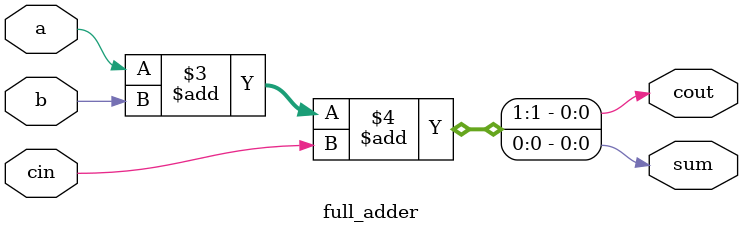
<source format=v>

module Project_VMU(pixel, weight, preset, clk, reset, memory);

// total bits of input pixels is 8*8=64bits
// total bits of input weights is 8*8=64bits
input [63:0] pixel;
input [63:0] weight;
input preset, clk, reset;

// each intersection is 8*8 multiplication and addition, so is 16 bits
// there are 64 intersections in total, so output is 16*8*8=1024 bits
output [1023:0] memory;

// but it is better to slice the output into different sets


//we need to slice the two inputs into different sets
wire [7:0] pixel0;
wire [7:0] pixel1;
wire [7:0] pixel2;
wire [7:0] pixel3;
wire [7:0] pixel4;
wire [7:0] pixel5;
wire [7:0] pixel6;
wire [7:0] pixel7;

wire [7:0] weight0;
wire [7:0] weight1;
wire [7:0] weight2;
wire [7:0] weight3;
wire [7:0] weight4;
wire [7:0] weight5;
wire [7:0] weight6;
wire [7:0] weight7;


//used to represent the output of each intersection
wire [15:0] convolution_ping0;
wire [15:0] convolution_ping1;
wire [15:0] convolution_ping2;
wire [15:0] convolution_ping3;
wire [15:0] convolution_ping4;
wire [15:0] convolution_ping5;
wire [15:0] convolution_ping6;
wire [15:0] convolution_ping7;

wire [15:0] convolution_ping8;
wire [15:0] convolution_ping9;
wire [15:0] convolution_ping10;
wire [15:0] convolution_ping11;
wire [15:0] convolution_ping12;
wire [15:0] convolution_ping13;
wire [15:0] convolution_ping14;
wire [15:0] convolution_ping15;

wire [15:0] convolution_ping16;
wire [15:0] convolution_ping17;
wire [15:0] convolution_ping18;
wire [15:0] convolution_ping19;
wire [15:0] convolution_ping20;
wire [15:0] convolution_ping21;
wire [15:0] convolution_ping22;
wire [15:0] convolution_ping23;

wire [15:0] convolution_ping24;
wire [15:0] convolution_ping25;
wire [15:0] convolution_ping26;
wire [15:0] convolution_ping27;
wire [15:0] convolution_ping28;
wire [15:0] convolution_ping29;
wire [15:0] convolution_ping30;
wire [15:0] convolution_ping31;

wire [15:0] convolution_ping32;
wire [15:0] convolution_ping33;
wire [15:0] convolution_ping34;
wire [15:0] convolution_ping35;
wire [15:0] convolution_ping36;
wire [15:0] convolution_ping37;
wire [15:0] convolution_ping38;
wire [15:0] convolution_ping39;

wire [15:0] convolution_ping40;
wire [15:0] convolution_ping41;
wire [15:0] convolution_ping42;
wire [15:0] convolution_ping43;
wire [15:0] convolution_ping44;
wire [15:0] convolution_ping45;
wire [15:0] convolution_ping46;
wire [15:0] convolution_ping47;

wire [15:0] convolution_ping48;
wire [15:0] convolution_ping49;
wire [15:0] convolution_ping50;
wire [15:0] convolution_ping51;
wire [15:0] convolution_ping52;
wire [15:0] convolution_ping53;
wire [15:0] convolution_ping54;
wire [15:0] convolution_ping55;

wire [15:0] convolution_ping56;
wire [15:0] convolution_ping57;
wire [15:0] convolution_ping58;
wire [15:0] convolution_ping59;
wire [15:0] convolution_ping60;
wire [15:0] convolution_ping61;
wire [15:0] convolution_ping62;
wire [15:0] convolution_ping63;






wire [15:0] convolution_pong0;
wire [15:0] convolution_pong1;
wire [15:0] convolution_pong2;
wire [15:0] convolution_pong3;
wire [15:0] convolution_pong4;
wire [15:0] convolution_pong5;
wire [15:0] convolution_pong6;
wire [15:0] convolution_pong7;

wire [15:0] convolution_pong8;
wire [15:0] convolution_pong9;
wire [15:0] convolution_pong10;
wire [15:0] convolution_pong11;
wire [15:0] convolution_pong12;
wire [15:0] convolution_pong13;
wire [15:0] convolution_pong14;
wire [15:0] convolution_pong15;

wire [15:0] convolution_pong16;
wire [15:0] convolution_pong17;
wire [15:0] convolution_pong18;
wire [15:0] convolution_pong19;
wire [15:0] convolution_pong20;
wire [15:0] convolution_pong21;
wire [15:0] convolution_pong22;
wire [15:0] convolution_pong23;

wire [15:0] convolution_pong24;
wire [15:0] convolution_pong25;
wire [15:0] convolution_pong26;
wire [15:0] convolution_pong27;
wire [15:0] convolution_pong28;
wire [15:0] convolution_pong29;
wire [15:0] convolution_pong30;
wire [15:0] convolution_pong31;

wire [15:0] convolution_pong32;
wire [15:0] convolution_pong33;
wire [15:0] convolution_pong34;
wire [15:0] convolution_pong35;
wire [15:0] convolution_pong36;
wire [15:0] convolution_pong37;
wire [15:0] convolution_pong38;
wire [15:0] convolution_pong39;

wire [15:0] convolution_pong40;
wire [15:0] convolution_pong41;
wire [15:0] convolution_pong42;
wire [15:0] convolution_pong43;
wire [15:0] convolution_pong44;
wire [15:0] convolution_pong45;
wire [15:0] convolution_pong46;
wire [15:0] convolution_pong47;

wire [15:0] convolution_pong48;
wire [15:0] convolution_pong49;
wire [15:0] convolution_pong50;
wire [15:0] convolution_pong51;
wire [15:0] convolution_pong52;
wire [15:0] convolution_pong53;
wire [15:0] convolution_pong54;
wire [15:0] convolution_pong55;

wire [15:0] convolution_pong56;
wire [15:0] convolution_pong57;
wire [15:0] convolution_pong58;
wire [15:0] convolution_pong59;
wire [15:0] convolution_pong60;
wire [15:0] convolution_pong61;
wire [15:0] convolution_pong62;
wire [15:0] convolution_pong63;


wire [1023:0] pingout;
wire [1023:0] pongout;
wire [1023:0] storage;



// allocate pixel(x) to the corresponding inputs
assign pixel0 = pixel[7:0];
assign pixel1 = pixel[15:8];
assign pixel2 = pixel[23:16];
assign pixel3 = pixel[31:24];
assign pixel4 = pixel[39:32];
assign pixel5 = pixel[47:40];
assign pixel6 = pixel[55:48];
assign pixel7 = pixel[63:56];

assign weight0 = weight[7:0];
assign weight1 = weight[15:8];
assign weight2 = weight[23:16];
assign weight3 = weight[31:24];
assign weight4 = weight[39:32];
assign weight5 = weight[47:40];
assign weight6 = weight[55:48];
assign weight7 = weight[63:56];




VMU_with_PingPong VMU0(pixel0, weight0, preset, clk, reset, convolution_ping0, convolution_pong0);
VMU_with_PingPong VMU1(pixel1, weight0, preset, clk, reset, convolution_ping1, convolution_pong1);
VMU_with_PingPong VMU2(pixel2, weight0, preset, clk, reset, convolution_ping2, convolution_pong2);
VMU_with_PingPong VMU3(pixel3, weight0, preset, clk, reset, convolution_ping3, convolution_pong3);
VMU_with_PingPong VMU4(pixel4, weight0, preset, clk, reset, convolution_ping4, convolution_pong4);
VMU_with_PingPong VMU5(pixel5, weight0, preset, clk, reset, convolution_ping5, convolution_pong5);
VMU_with_PingPong VMU6(pixel6, weight0, preset, clk, reset, convolution_ping6, convolution_pong6);
VMU_with_PingPong VMU7(pixel7, weight0, preset, clk, reset, convolution_ping7, convolution_pong7);

VMU_with_PingPong VMU8(pixel0, weight1, preset, clk, reset, convolution_ping8, convolution_pong8);
VMU_with_PingPong VMU9(pixel1, weight1, preset, clk, reset, convolution_ping9, convolution_pong9);
VMU_with_PingPong VMU10(pixel2, weight1, preset, clk, reset, convolution_ping10, convolution_pong10);
VMU_with_PingPong VMU11(pixel3, weight1, preset, clk, reset, convolution_ping11, convolution_pong11);
VMU_with_PingPong VMU12(pixel4, weight1, preset, clk, reset, convolution_ping12, convolution_pong12);
VMU_with_PingPong VMU13(pixel5, weight1, preset, clk, reset, convolution_ping13, convolution_pong13);
VMU_with_PingPong VMU14(pixel6, weight1, preset, clk, reset, convolution_ping14, convolution_pong14);
VMU_with_PingPong VMU15(pixel7, weight1, preset, clk, reset, convolution_ping15, convolution_pong15);

VMU_with_PingPong VMU16(pixel0, weight2, preset, clk, reset, convolution_ping16, convolution_pong16);
VMU_with_PingPong VMU17(pixel1, weight2, preset, clk, reset, convolution_ping17, convolution_pong17);
VMU_with_PingPong VMU18(pixel2, weight2, preset, clk, reset, convolution_ping18, convolution_pong18);
VMU_with_PingPong VMU19(pixel3, weight2, preset, clk, reset, convolution_ping19, convolution_pong19);
VMU_with_PingPong VMU20(pixel4, weight2, preset, clk, reset, convolution_ping20, convolution_pong20);
VMU_with_PingPong VMU21(pixel5, weight2, preset, clk, reset, convolution_ping21, convolution_pong21);
VMU_with_PingPong VMU22(pixel6, weight2, preset, clk, reset, convolution_ping22, convolution_pong22);
VMU_with_PingPong VMU23(pixel7, weight2, preset, clk, reset, convolution_ping23, convolution_pong23);

VMU_with_PingPong VMU24(pixel0, weight3, preset, clk, reset, convolution_ping24, convolution_pong24);
VMU_with_PingPong VMU25(pixel1, weight3, preset, clk, reset, convolution_ping25, convolution_pong25);
VMU_with_PingPong VMU26(pixel2, weight3, preset, clk, reset, convolution_ping26, convolution_pong26);
VMU_with_PingPong VMU27(pixel3, weight3, preset, clk, reset, convolution_ping27, convolution_pong27);
VMU_with_PingPong VMU28(pixel4, weight3, preset, clk, reset, convolution_ping28, convolution_pong28);
VMU_with_PingPong VMU29(pixel5, weight3, preset, clk, reset, convolution_ping29, convolution_pong29);
VMU_with_PingPong VMU30(pixel6, weight3, preset, clk, reset, convolution_ping30, convolution_pong30);
VMU_with_PingPong VMU31(pixel7, weight3, preset, clk, reset, convolution_ping31, convolution_pong31);

VMU_with_PingPong VMU32(pixel0, weight4, preset, clk, reset, convolution_ping32, convolution_pong32);
VMU_with_PingPong VMU33(pixel1, weight4, preset, clk, reset, convolution_ping33, convolution_pong33);
VMU_with_PingPong VMU34(pixel2, weight4, preset, clk, reset, convolution_ping34, convolution_pong34);
VMU_with_PingPong VMU35(pixel3, weight4, preset, clk, reset, convolution_ping35, convolution_pong35);
VMU_with_PingPong VMU36(pixel4, weight4, preset, clk, reset, convolution_ping36, convolution_pong36);
VMU_with_PingPong VMU37(pixel5, weight4, preset, clk, reset, convolution_ping37, convolution_pong37);
VMU_with_PingPong VMU38(pixel6, weight4, preset, clk, reset, convolution_ping38, convolution_pong38);
VMU_with_PingPong VMU39(pixel7, weight4, preset, clk, reset, convolution_ping39, convolution_pong39);

VMU_with_PingPong VMU40(pixel0, weight5, preset, clk, reset, convolution_ping40, convolution_pong40);
VMU_with_PingPong VMU41(pixel1, weight5, preset, clk, reset, convolution_ping41, convolution_pong41);
VMU_with_PingPong VMU42(pixel2, weight5, preset, clk, reset, convolution_ping42, convolution_pong42);
VMU_with_PingPong VMU43(pixel3, weight5, preset, clk, reset, convolution_ping43, convolution_pong43);
VMU_with_PingPong VMU44(pixel4, weight5, preset, clk, reset, convolution_ping44, convolution_pong44);
VMU_with_PingPong VMU45(pixel5, weight5, preset, clk, reset, convolution_ping45, convolution_pong45);
VMU_with_PingPong VMU46(pixel6, weight5, preset, clk, reset, convolution_ping46, convolution_pong46);
VMU_with_PingPong VMU47(pixel7, weight5, preset, clk, reset, convolution_ping47, convolution_pong47);

VMU_with_PingPong VMU48(pixel0, weight6, preset, clk, reset, convolution_ping48, convolution_pong48);
VMU_with_PingPong VMU49(pixel1, weight6, preset, clk, reset, convolution_ping49, convolution_pong49);
VMU_with_PingPong VMU50(pixel2, weight6, preset, clk, reset, convolution_ping50, convolution_pong50);
VMU_with_PingPong VMU51(pixel3, weight6, preset, clk, reset, convolution_ping51, convolution_pong51);
VMU_with_PingPong VMU52(pixel4, weight6, preset, clk, reset, convolution_ping52, convolution_pong52);
VMU_with_PingPong VMU53(pixel5, weight6, preset, clk, reset, convolution_ping53, convolution_pong53);
VMU_with_PingPong VMU54(pixel6, weight6, preset, clk, reset, convolution_ping54, convolution_pong54);
VMU_with_PingPong VMU55(pixel7, weight6, preset, clk, reset, convolution_ping55, convolution_pong55);

VMU_with_PingPong VMU56(pixel0, weight7, preset, clk, reset, convolution_ping56, convolution_pong56);
VMU_with_PingPong VMU57(pixel1, weight7, preset, clk, reset, convolution_ping57, convolution_pong57);
VMU_with_PingPong VMU58(pixel2, weight7, preset, clk, reset, convolution_ping58, convolution_pong58);
VMU_with_PingPong VMU59(pixel3, weight7, preset, clk, reset, convolution_ping59, convolution_pong59);
VMU_with_PingPong VMU60(pixel4, weight7, preset, clk, reset, convolution_ping60, convolution_pong60);
VMU_with_PingPong VMU61(pixel5, weight7, preset, clk, reset, convolution_ping61, convolution_pong61);
VMU_with_PingPong VMU62(pixel6, weight7, preset, clk, reset, convolution_ping62, convolution_pong62);
VMU_with_PingPong VMU63(pixel7, weight7, preset, clk, reset, convolution_ping63, convolution_pong63);


// the arrangment of outputs
// we need to select the output which is either from ping or pong (i.e. the one just finished the calculation)


assign pongout = {convolution_pong63, convolution_pong62, convolution_pong61, convolution_pong60, convolution_pong59, convolution_pong58, convolution_pong57, convolution_pong56,
					convolution_pong55, convolution_pong54, convolution_pong53, convolution_pong52, convolution_pong51, convolution_pong50, 
					convolution_pong49, convolution_pong48, convolution_pong47, convolution_pong46, convolution_pong45, convolution_pong44, convolution_pong43, convolution_pong42, convolution_pong41, convolution_pong40, 
					convolution_pong39, convolution_pong38, convolution_pong37, convolution_pong36, convolution_pong35, convolution_pong34, convolution_pong33, convolution_pong32, convolution_pong31, convolution_pong30, 
					convolution_pong29, convolution_pong28, convolution_pong27, convolution_pong26, convolution_pong25, convolution_pong24, convolution_pong23, convolution_pong22, convolution_pong21, convolution_pong20, 
					convolution_pong19, convolution_pong18, convolution_pong17, convolution_pong16, convolution_pong15, convolution_pong14, convolution_pong13, convolution_pong12, convolution_pong11, convolution_pong10, 
					convolution_pong9, convolution_pong8, convolution_pong7, convolution_pong6, convolution_pong5, convolution_pong4, convolution_pong3, convolution_pong2, convolution_pong1, convolution_pong0};

assign pingout = {convolution_ping63, convolution_ping62, convolution_ping61, convolution_ping60, convolution_ping59, convolution_ping58, convolution_ping57, convolution_ping56,
					convolution_ping55, convolution_ping54, convolution_ping53, convolution_ping52, convolution_ping51, convolution_ping50, 
					convolution_ping49, convolution_ping48, convolution_ping47, convolution_ping46, convolution_ping45, convolution_ping44, convolution_ping43, convolution_ping42, convolution_ping41, convolution_ping40, 
					convolution_ping39, convolution_ping38, convolution_ping37, convolution_ping36, convolution_ping35, convolution_ping34, convolution_ping33, convolution_ping32, convolution_ping31, convolution_ping30, 
					convolution_ping29, convolution_ping28, convolution_ping27, convolution_ping26, convolution_ping25, convolution_ping24, convolution_ping23, convolution_ping22, convolution_ping21, convolution_ping20, 
					convolution_ping19, convolution_ping18, convolution_ping17, convolution_ping16, convolution_ping15, convolution_ping14, convolution_ping13, convolution_ping12, convolution_ping11, convolution_ping10, 
					convolution_ping9, convolution_ping8, convolution_ping7, convolution_ping6, convolution_ping5, convolution_ping4, convolution_ping3, convolution_ping2, convolution_ping1, convolution_ping0};

MUX MUX1(pingout, pongout, preset, storage);

assign memory = storage;

endmodule



module MUX(pingout, pongout, preset, storage);

input [1023:0] pingout;
input [1023:0] pongout;
input preset;
output [1023:0] storage;

assign storage = preset ? pingout : pongout;


endmodule




//-----------------------------------------------------following is the part of one single VMU-------------------------------------------------------------
// VMU_with_Ping_Pong
// EESM5020 Project---VMU Design
// this verilog code is for only one intersection
// assumption: the size of the filter is 5*5
// the size of the input picture does not really matter


module VMU_with_PingPong(pixel, weight, preset, clk, reset, accum1out, accum2out);

// the input will be changing, but they need to be buffered clock by clock
input [7:0] pixel;
input [7:0] weight;
input clk,reset,preset;

// the output is the sum of 25 values
// two 8-bit data multiplied together will give us a 16-bit data
// ---------------------------------------Is there any risk to use output reg?----------------
output reg [15:0] accum1out;
output reg [15:0] accum2out;


// how the input data comes
// every clock cycle, we do one matrix multiplication
// if the filter is 5*5, then means we need 25 cycles to finish one feature extraction

/* wire [7:0] pixel_out, weight_out;

DFF DFF0(clk, reset, pixel, pixel_out);      // one is for the input data
DFF DFF1(clk, reset, weight, weight_out);  // the other one is for the weight */


// Multiplication
// we need to multiply 25 times before
// i.e. we will have 25 different results from the multiplication

/*
reg [15:0] Mul0;
always@(posedge clk)
begin
	Mul0 <= pixel * weight;
end
*/
wire [15:0] Mul0;
wallace_tree8 wallace_tree_multiplier1(clk, pixel, weight, Mul0);



// Addition
// we can add the value up directly but we will not know what type of the adder 
// will be used 
wire [15:0] Q1;
wire [15:0] Q2;
ACC_Ping ACC1(clk, reset, preset, Mul0, Q1); 
ACC_Pong ACC2(clk, reset, preset, Mul0, Q2); 

always@(posedge clk)
begin
	if(reset == 1'b1) begin
		accum2out <= 16'd0;
	    accum1out <= 16'd0;
	end
	else begin
		accum2out <= Q2;
		accum1out <= Q1;
	end
end

endmodule



// Ping-Pong ACC

// we need one more preset input to enable or disable the accum
// or we can simply call it an enable signal
// so we need two kinds of accum
module ACC_Ping (clk, reset, preset, D, Q); 

input clk, reset, preset; 
input  [15:0] D; 
output [15:0] Q; 
reg    [15:0] tmp;  

//
wire [15:0] bk_tmp;
wire [15:0] S;

assign bk_tmp = tmp;
brent_kung bk1(bk_tmp, D, S);

 
//always @(posedge clk or posedge reset) 
always @(posedge clk) 
	begin 
      if (reset) 
        tmp <= 16'd0; 
	  else if (preset)
		tmp <= tmp;
      else 
        //tmp <= tmp + D; 
		tmp <= S;

end 
	
assign Q = tmp; 
  
endmodule



module ACC_Pong (clk, reset, preset, D, Q); 

input clk, reset, preset; 
input  [15:0] D; 
output [15:0] Q; 
reg    [15:0] tmp;  

//
wire [15:0] bk_tmp;
wire [15:0] S;

assign bk_tmp = tmp;
brent_kung bk1(bk_tmp, D, S);

 
//always @(posedge clk or posedge reset) 
always @(posedge clk) 
	begin 
      if (reset) 
        tmp <= 16'd0; 
	  else if (!preset)
		tmp <= tmp;
      else 
        //tmp <= tmp + D; 
		tmp <= S;

end 
	
assign Q = tmp; 
  
endmodule


// brent_kung16

module brent_kung(A, B, S);

    input  [15:0] A;
    input  [15:0] B;
	output [15:0] S;


    wire   [15:0] A;
    wire   [15:0] B;
	wire   [15:0] S;

    
    wire [15:0] p;
    wire [15:0] g;
    wire [15:0] C;

	// level 1
    wire [7:0] level1_g;
    wire [7:0] level1_p;
	// level 2
    wire [3:0] level2_g;
    wire [3:0] level2_p;
	// level 3
    wire [1:0] level3_g;
    wire [1:0] level3_p;
	// level 4
    wire       level4_g;
    wire       level4_p;
	// level 5
    wire       level5_g;
    wire       level5_p;
	// level 6
    wire [2:0] level6_g;
    wire [2:0] level6_p;
	// level 7
    wire [7:0] level7_g;
    wire [7:0] level7_p;

    // pg generator
    genvar i;
    generate
    	for (i=0; i<16; i=i+1) begin
    		pg_gen pg_gen_ins(
    			.a(A[i]),
    			.b(B[i]),
    			.p(p[i]),
    			.g(g[i])
    		);
    	end
    endgenerate
    
    // tree carry generator
    // level 1 gp
    generate
    	for (i=0; i<8; i=i+1) begin
    		dot_operation dot_operation_instance_level1(
    			.g1(g[i*2]),
    			.p1(p[i*2]),
    			.g2(g[i*2+1]),
    			.p2(p[i*2+1]),
    			.gout(level1_g[i]),
    			.pout(level1_p[i])
    		);
    	end
    endgenerate

    //level 2 gp
    generate
    	for (i=0; i<4; i=i+1) begin
    		dot_operation dot_operation_instance_level2(
    			.g1(level1_g[i*2]),
    			.p1(level1_p[i*2]),
    			.g2(level1_g[i*2+1]),
    			.p2(level1_p[i*2+1]),
    			.gout(level2_g[i]),
    			.pout(level2_p[i])
    		);    		
    	end
    endgenerate

    //level 3 gp
    generate
    	for (i=0; i<2; i=i+1) begin
    		dot_operation dot_operation_instance_level3(
    			.g1(level2_g[i*2]),
    			.p1(level2_p[i*2]),
    			.g2(level2_g[i*2+1]),
    			.p2(level2_p[i*2+1]),
    			.gout(level3_g[i]),
    			.pout(level3_p[i])
    		);    		
    	end
    endgenerate

    //level 4 gp
	dot_operation dot_operation_instance_level4(
		.g1(level3_g[0]),
		.p1(level3_p[0]),
		.g2(level3_g[1]),
		.p2(level3_p[1]),
		.gout(level4_g),
		.pout(level4_p)
	);    		

    //level 5 gp
	dot_operation dot_operation_instance_level5(
		.g1(level3_g[0]),
		.p1(level3_p[0]),
		.g2(level2_g[2]),
		.p2(level2_p[2]),
		.gout(level5_g),
		.pout(level5_p)
	);   

    //level 6 gp
	dot_operation dot_operation_instance_level6_0( //c6
		.g1(level2_g[0]),
		.p1(level2_p[0]),
		.g2(level1_g[2]),
		.p2(level1_p[2]),
		.gout(level6_g[0]),
		.pout(level6_p[0])
	); 

	dot_operation dot_operation_instance_level6_1( //c10
		.g1(level3_g[0]),
		.p1(level3_p[0]),
		.g2(level1_g[4]),
		.p2(level1_p[4]),
		.gout(level6_g[1]),
		.pout(level6_p[1])
	); 

	dot_operation dot_operation_instance_level6_2( //c14
		.g1(level5_g),
		.p1(level5_p),
		.g2(level1_g[6]),
		.p2(level1_p[6]),
		.gout(level6_g[2]),
		.pout(level6_p[2])
	); 

    //level 7 gp
    assign level7_g[0] = g[0];
    assign level7_p[0] = 0;
	dot_operation dot_operation_instance_level7_1( //c3
		.g1(level1_g[0]),
		.p1(level1_p[0]),
		.g2(g[2]),
		.p2(p[2]),
		.gout(level7_g[1]),
		.pout(level7_p[1])
	); 	

	dot_operation dot_operation_instance_level7_2( //c5
		.g1(level2_g[0]),
		.p1(level2_p[0]),
		.g2(g[4]),
		.p2(p[4]),
		.gout(level7_g[2]),
		.pout(level7_p[2])
	); 	

	dot_operation dot_operation_instance_level7_3( //c7
		.g1(level6_g[0]),
		.p1(level6_p[0]),
		.g2(g[6]),
		.p2(p[6]),
		.gout(level7_g[3]),
		.pout(level7_p[3])
	); 	

	dot_operation dot_operation_instance_level7_4( //c9
		.g1(level3_g[0]),
		.p1(level3_p[0]),
		.g2(g[8]),
		.p2(p[8]),
		.gout(level7_g[4]),
		.pout(level7_p[4])
	); 	

	dot_operation dot_operation_instance_level7_5( //c11
		.g1(level6_g[1]),
		.p1(level6_p[1]),
		.g2(g[10]),
		.p2(p[10]),
		.gout(level7_g[5]),
		.pout(level7_p[5])
	); 	

	dot_operation dot_operation_instance_level7_6( //c13
		.g1(level5_g),
		.p1(level5_p),
		.g2(g[12]),
		.p2(p[12]),
		.gout(level7_g[6]),
		.pout(level7_p[6])
	); 	

	dot_operation dot_operation_instance_level7_7( //c15
		.g1(level6_g[2]),
		.p1(level6_p[2]),
		.g2(g[14]),
		.p2(p[14]),
		.gout(level7_g[7]),
		.pout(level7_p[7])
	); 	
    
    assign C = {level4_g,    level7_g[7], level6_g[2], level7_g[6],
                level5_g,    level7_g[5], level6_g[1], level7_g[4],
                level3_g[0], level7_g[3], level6_g[0], level7_g[2],
                level2_g[0], level7_g[1], level1_g[0], level7_g[0]};

	// sum generator
	assign S[0] = p[0];
	//assign S[16] = C[15];
	//assign Cout = C[15];
	generate
		for (i=1; i<16; i=i+1) begin
			assign S[i] = C[i-1] ^ p[i];
		end
	endgenerate

endmodule


module dot_operation(g1, p1, g2, p2, gout, pout
	);

    input  g1;
    input  p1;
    input  g2;
    input  p2;
    output gout;
    output pout;

    wire   g1;
    wire   p1;
    wire   g2;
    wire   p2;
    wire  gout;
    wire  pout;
    
    assign gout = g2 + (p2 & g1);
    assign pout = p2 & p1;

endmodule


module pg_gen(a, b, p, g
	);

    input  a;
    input  b;
    output g;
    output p;

    wire   a;
    wire   b;
    wire   p;
    wire   g;

	assign g = a & b;
	assign p = a ^ b;

endmodule


module wallace_tree8(input clk,
		input  [7:0] a,
		input  [7:0] b,
		//output [9:0] sum,
		//output [10:0] carry,
		//output [4:0] z5,
		output [15:0] z
	);

	wire zero = 1'b0;
	reg [7:0] p[7:0];

	integer i, j;
	always @(posedge clk)
	begin
		for(i=0; i<8; i=i+1)
			for(j=0; j<8; j=j+1)
				p[i][j] = a[i] & b[j];
	end

//level 1
	wire [2:0] s1[16:00];
	wire [2:0] c1[16:00];
	//	p[07][07]
	full_adder fa01_13_00 (p [06][07], p [07][06], zero      , s1[13][00], c1[14][00]);
	full_adder fa01_12_00 (p [05][07], p [06][06], p [07][05], s1[12][00], c1[13][00]);
	full_adder fa01_11_00 (p [04][07], p [05][06], p [06][05], s1[11][00], c1[12][00]);
	//	p[07][04]
	full_adder fa01_10_00 (p [03][07], p [04][06], p [05][05], s1[10][00], c1[11][00]);
	full_adder fa01_10_01 (p [06][04], p [07][03], zero      , s1[10][01], c1[11][01]);
	full_adder fa01_09_00 (p [02][07], p [03][06], p [04][05], s1[09][00], c1[10][00]);
	full_adder fa01_09_01 (p [05][04], p [06][03], p [07][02], s1[09][01], c1[10][01]);
	full_adder fa01_08_00 (p [01][07], p [02][06], p [03][05], s1[08][00], c1[09][00]);
	full_adder fa01_08_01 (p [04][04], p [05][03], p [06][02], s1[08][01], c1[09][01]);
	//	p[07][01]
	full_adder fa01_07_00 (p [00][07], p [01][06], p [02][05], s1[07][00], c1[08][00]);
	full_adder fa01_07_01 (p [03][04], p [04][03], p [05][02], s1[07][01], c1[08][01]);
	full_adder fa01_07_02 (p [06][01], p [07][00], zero      , s1[07][02], c1[08][02]);
	full_adder fa01_06_00 (p [00][06], p [01][05], p [02][04], s1[06][00], c1[07][00]);
	full_adder fa01_06_01 (p [03][03], p [04][02], p [05][01], s1[06][01], c1[07][01]);
	//	p[06][00]
	full_adder fa01_05_00 (p [00][05], p [01][04], p [02][03], s1[05][00], c1[06][00]);
	full_adder fa01_05_01 (p [03][02], p [04][01], p [05][00], s1[05][01], c1[06][01]);
	full_adder fa01_04_00 (p [00][04], p [01][03], p [02][02], s1[04][00], c1[05][00]);
	full_adder fa01_04_01 (p [03][01], p [04][00], zero      , s1[04][01], c1[05][01]);
	full_adder fa01_03_00 (p [00][03], p [01][02], p [02][01], s1[03][00], c1[04][00]);
	//	p[03][00]
	full_adder fa01_02_00 (p [00][02], p [01][01], p [02][00], s1[02][00], c1[03][00]);
	full_adder fa01_01_00 (p [00][01], p [01][00], zero      , s1[01][00], c1[02][00]);
	//	p[00][00]

//level 2
	wire [2:0] s2[16:00];
	wire [2:0] c2[16:00];
	full_adder fa02_14_00 (p [07][07], c1[14][00], zero      , s2[14][00], c2[15][00]);
	full_adder fa02_13_00 (s1[13][00], c1[13][00], zero      , s2[13][00], c2[14][00]);
	full_adder fa02_12_00 (s1[12][00], c1[12][00], zero      , s2[12][00], c2[13][00]);
	full_adder fa02_11_00 (p [07][04], s1[11][00], c1[11][00], s2[11][00], c2[12][00]);
	//	c1[11][01]
	full_adder fa02_10_00 (s1[10][00], s1[10][01], c1[10][00], s2[10][00], c2[11][00]);
	//	c1[10][01]
	full_adder fa02_09_00 (s1[09][00], s1[09][01], c1[09][00], s2[09][00], c2[10][00]);
	//	c1[09][01]
	full_adder fa02_08_00 (p [07][01], s1[08][00], s1[08][01], s2[08][00], c2[09][00]);
	full_adder fa02_08_01 (c1[08][00], c1[08][01], c1[08][02], s2[08][01], c2[09][01]);
	full_adder fa02_07_00 (s1[07][00], s1[07][01], s1[07][02], s2[07][00], c2[08][00]);
	full_adder fa02_07_01 (c1[07][00], c1[07][01], zero      , s2[07][01], c2[08][01]);
	full_adder fa02_06_00 (p [06][00], s1[06][00], s1[06][01], s2[06][00], c2[07][00]);
	full_adder fa02_06_01 (c1[06][00], c1[06][01], zero      , s2[06][01], c2[07][01]);
	full_adder fa02_05_00 (s1[05][00], s1[05][01], c1[05][00], s2[05][00], c2[06][00]);
	//	c1[05][01]
	full_adder fa02_04_00 (s1[04][00], s1[04][01], c1[04][00], s2[04][00], c2[05][00]);
	full_adder fa02_03_00 (p [03][00], s1[03][00], c1[03][00], s2[03][00], c2[04][00]);
	full_adder fa02_02_00 (s1[02][00], c1[02][00], zero      , s2[02][00], c2[03][00]);
	//	s1[01][00]
	//	p[00][00]

//level 3
	wire [2:0] s3[16:00];
	wire [2:0] c3[16:00];
	//	c2[15][00]
	full_adder fa03_14_00 (s2[14][00], c2[14][00], zero      , s3[14][00], c3[15][00]);
	full_adder fa03_13_00 (s2[13][00], c2[13][00], zero      , s3[13][00], c3[14][00]);
	full_adder fa03_12_00 (s2[12][00], c2[12][00], zero      , s3[12][00], c3[13][00]);
	full_adder fa03_11_00 (s2[11][00], c1[11][01], c2[11][00], s3[11][00], c3[12][00]);
	full_adder fa03_10_00 (s2[10][00], c1[10][01], c2[10][00], s3[10][00], c3[11][00]);
	full_adder fa03_09_00 (s2[09][00], c1[09][01], c2[09][00], s3[09][00], c3[10][00]);
	//	c2[09][01]
	full_adder fa03_08_00 (s2[08][00], s2[08][01], c2[08][00], s3[08][00], c3[09][00]);
	//	c2[08][01]
	full_adder fa03_07_00 (s2[07][00], s2[07][01], c2[07][00], s3[07][00], c3[08][00]);
	//	c2[07][01]
	full_adder fa03_06_00 (s2[06][00], s2[06][01], c2[06][00], s3[06][00], c3[07][00]);
	full_adder fa03_05_00 (s2[05][00], c1[05][01], c2[05][00], s3[05][00], c3[06][00]);
	full_adder fa03_04_00 (s2[04][00], c2[04][00], zero      , s3[04][00], c3[05][00]);
	full_adder fa03_03_00 (s2[03][00], c2[03][00], zero      , s3[03][00], c3[04][00]);
	//	s2[02][00]
	//	s1[01][00]
	//	p[00][00]

//level 4
	wire [16:00] s4;
	wire [16:00] c4;
	full_adder fa04_15_00 (c2[15][00], c3[15][00], zero      , s4[15], c4[16]);
	full_adder fa04_14_00 (s3[14][00], c3[14][00], zero      , s4[14], c4[15]);
	full_adder fa04_13_00 (s3[13][00], c3[13][00], zero      , s4[13], c4[14]);
	full_adder fa04_12_00 (s3[12][00], c3[12][00], zero      , s4[12], c4[13]);
	full_adder fa04_11_00 (s3[11][00], c3[11][00], zero      , s4[11], c4[12]);
	full_adder fa04_10_00 (s3[10][00], c3[10][00], zero      , s4[10], c4[11]);
	full_adder fa04_09_00 (s3[09][00], c2[09][01], c3[09][00], s4[09], c4[10]);
	full_adder fa04_08_00 (s3[08][00], c2[08][01], c3[08][00], s4[08], c4[09]);
	full_adder fa04_07_00 (s3[07][00], c2[07][01], c3[07][00], s4[07], c4[08]);
	full_adder fa04_06_00 (s3[06][00], c3[06][00], zero      , s4[06], c4[07]);
	full_adder fa04_05_00 (s3[05][00], c3[05][00], zero      , s4[05], c4[06]);
	full_adder fa04_04_00 (s3[04][00], c3[04][00], zero      , s4[04], c4[05]);
	//	s3[03][00]
	//	s2[02][00]
	//	s1[01][00]
	//	p[00][00]

	assign z[4] = s4[04];
	assign z[3] = s3[03][00];
	assign z[2] = s2[02][00];
	assign z[1] = s1[01][00];
	assign z[0] = p [00][00];
	//assign z5 = z[4:0];
	//assign sum = s4[14:05];
	//assign carry = {s4[15]|c4[15], c4[14:05]};
	assign z[15:05] = s4[15:05] + c4[15:05];

endmodule

// ----------------------------------------------------
// Part I: 32-bit RIPPLE CARRY ADDER
// ----------------------------------------------------

// function: giving a,b,cin as input, and then calculate to obtain the sum and cout

/*
module ripple_carry_adder(
		input [7:0] a,  // 32 bits
		input [7:0] b,
		input        cin,
		output [7:0] sum,
		output        cout);
	
	//systemverilog style
	wire [7:0] s;
	wire [8:0] c;
	
	assign c[0] = cin;
	
	genvar i;
    generate
    	for (i=0; i<8; i=i+1) begin
    		full_adder m0(
    			.a(a[i]),
    			.b(b[i]),
				.cin(c[i]),
				.sum(s[i]),        //output
				.cout(c[i+1]));     //output
    		
    	end
    endgenerate
	
	assign sum={s[7],s[6],s[5],s[4],s[3],s[2],s[1],s[0]};
	assign cout = c[8];

	
endmodule
*/
	
	
// ----------------------------------------------------
// Part II: ONE BIT RIPPLE CARRY ADDER --- FULL ADDER
// ----------------------------------------------------

// function: giving a and b, generate the result of p and g

module full_adder(
		input a,
		input b,
		input cin,
		output sum,
		output cout);
		
	assign {cout,sum} = a + b + cin;
	
endmodule	
</source>
